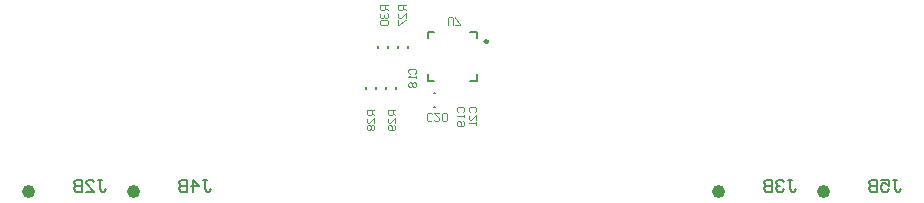
<source format=gbo>
%FSLAX23Y23*%
%MOIN*%
G70*
G01*
G75*
G04 Layer_Color=32896*
%ADD10R,0.050X0.125*%
%ADD11R,0.072X0.039*%
%ADD12O,0.061X0.014*%
%ADD13R,0.024X0.043*%
%ADD14O,0.037X0.010*%
%ADD15O,0.010X0.037*%
%ADD16R,0.094X0.094*%
%ADD17O,0.067X0.014*%
%ADD18O,0.010X0.028*%
%ADD19R,0.075X0.071*%
%ADD20R,0.028X0.012*%
%ADD21R,0.059X0.035*%
%ADD22R,0.035X0.039*%
%ADD23R,0.039X0.035*%
%ADD24R,0.026X0.022*%
%ADD25R,0.031X0.031*%
%ADD26R,0.063X0.031*%
%ADD27R,0.014X0.013*%
%ADD28R,0.045X0.057*%
%ADD29R,0.013X0.014*%
%ADD30R,0.045X0.071*%
%ADD31C,0.010*%
%ADD32C,0.030*%
%ADD33C,0.025*%
%ADD34R,0.101X0.030*%
%ADD35R,0.110X0.070*%
%ADD36R,0.054X0.168*%
%ADD37R,0.032X0.129*%
%ADD38C,0.028*%
%ADD39C,0.030*%
%ADD40C,0.026*%
%ADD41C,0.040*%
%ADD42C,0.048*%
G04:AMPARAMS|DCode=43|XSize=50mil|YSize=50mil|CornerRadius=0mil|HoleSize=0mil|Usage=FLASHONLY|Rotation=0.000|XOffset=0mil|YOffset=0mil|HoleType=Round|Shape=Relief|Width=10mil|Gap=6mil|Entries=4|*
%AMTHD43*
7,0,0,0.050,0.038,0.010,45*
%
%ADD43THD43*%
G04:AMPARAMS|DCode=44|XSize=44.992mil|YSize=44.992mil|CornerRadius=0mil|HoleSize=0mil|Usage=FLASHONLY|Rotation=0.000|XOffset=0mil|YOffset=0mil|HoleType=Round|Shape=Relief|Width=10mil|Gap=6mil|Entries=4|*
%AMTHD44*
7,0,0,0.045,0.033,0.010,45*
%
%ADD44THD44*%
%ADD45C,0.043*%
%ADD46O,0.026X0.010*%
%ADD47O,0.010X0.026*%
%ADD48R,0.102X0.102*%
%ADD49C,0.020*%
%ADD50C,0.024*%
%ADD51C,0.010*%
%ADD52C,0.008*%
%ADD53C,0.004*%
%ADD54C,0.004*%
%ADD55C,0.006*%
%ADD56R,0.750X0.150*%
%ADD57R,0.058X0.133*%
%ADD58R,0.080X0.047*%
%ADD59O,0.069X0.022*%
%ADD60R,0.029X0.048*%
%ADD61O,0.045X0.018*%
%ADD62O,0.018X0.045*%
%ADD63R,0.102X0.102*%
%ADD64O,0.075X0.022*%
%ADD65O,0.018X0.036*%
%ADD66R,0.083X0.079*%
%ADD67R,0.036X0.020*%
%ADD68R,0.067X0.043*%
%ADD69R,0.043X0.047*%
%ADD70R,0.047X0.043*%
%ADD71R,0.034X0.030*%
%ADD72R,0.039X0.039*%
%ADD73R,0.071X0.039*%
%ADD74R,0.022X0.021*%
%ADD75R,0.053X0.065*%
%ADD76R,0.021X0.022*%
%ADD77R,0.053X0.079*%
%ADD78O,0.034X0.018*%
%ADD79O,0.018X0.034*%
%ADD80R,0.110X0.110*%
D49*
X-776Y325D02*
G03*
X-776Y325I-12J0D01*
G01*
X-3076D02*
G03*
X-3076Y325I-12J0D01*
G01*
X-1126D02*
G03*
X-1126Y325I-12J0D01*
G01*
X-3426D02*
G03*
X-3426Y325I-12J0D01*
G01*
D51*
X-1907Y825D02*
G03*
X-1907Y825I-5J0D01*
G01*
D52*
X-1945Y836D02*
Y856D01*
X-1966D02*
X-1945D01*
X-2106D02*
X-2086D01*
X-2106Y836D02*
Y856D01*
Y695D02*
Y716D01*
Y695D02*
X-2086D01*
X-1966D02*
X-1945D01*
Y716D01*
X-2240Y802D02*
Y810D01*
X-2272Y802D02*
Y810D01*
X-2247Y667D02*
Y675D01*
X-2215Y667D02*
Y675D01*
X-2207Y802D02*
Y810D01*
X-2175Y802D02*
Y810D01*
X-2280Y667D02*
Y675D01*
X-2312Y667D02*
Y675D01*
X-2088Y606D02*
X-2084D01*
X-2088Y655D02*
X-2084D01*
D54*
X-2286Y596D02*
X-2311D01*
Y583D01*
X-2307Y579D01*
X-2298D01*
X-2294Y583D01*
Y596D01*
Y587D02*
X-2286Y579D01*
Y554D02*
Y571D01*
X-2302Y554D01*
X-2307D01*
X-2311Y558D01*
Y567D01*
X-2307Y571D01*
Y546D02*
X-2311Y542D01*
Y533D01*
X-2307Y529D01*
X-2302D01*
X-2298Y533D01*
X-2294Y529D01*
X-2290D01*
X-2286Y533D01*
Y542D01*
X-2290Y546D01*
X-2294D01*
X-2298Y542D01*
X-2302Y546D01*
X-2307D01*
X-2298Y542D02*
Y533D01*
X-2041Y881D02*
Y902D01*
X-2037Y906D01*
X-2028D01*
X-2024Y902D01*
Y881D01*
X-2016D02*
X-1999D01*
Y885D01*
X-2016Y902D01*
Y906D01*
X-2241Y946D02*
X-2266D01*
Y933D01*
X-2262Y929D01*
X-2253D01*
X-2249Y933D01*
Y946D01*
Y937D02*
X-2241Y929D01*
X-2262Y921D02*
X-2266Y917D01*
Y908D01*
X-2262Y904D01*
X-2257D01*
X-2253Y908D01*
Y912D01*
Y908D01*
X-2249Y904D01*
X-2245D01*
X-2241Y908D01*
Y917D01*
X-2245Y921D01*
X-2262Y896D02*
X-2266Y892D01*
Y883D01*
X-2262Y879D01*
X-2245D01*
X-2241Y883D01*
Y892D01*
X-2245Y896D01*
X-2262D01*
X-2216Y596D02*
X-2241D01*
Y583D01*
X-2237Y579D01*
X-2228D01*
X-2224Y583D01*
Y596D01*
Y587D02*
X-2216Y579D01*
Y554D02*
Y571D01*
X-2232Y554D01*
X-2237D01*
X-2241Y558D01*
Y567D01*
X-2237Y571D01*
X-2220Y546D02*
X-2216Y542D01*
Y533D01*
X-2220Y529D01*
X-2237D01*
X-2241Y533D01*
Y542D01*
X-2237Y546D01*
X-2232D01*
X-2228Y542D01*
Y529D01*
X-2181Y946D02*
X-2206D01*
Y933D01*
X-2202Y929D01*
X-2193D01*
X-2189Y933D01*
Y946D01*
Y937D02*
X-2181Y929D01*
Y904D02*
Y921D01*
X-2197Y904D01*
X-2202D01*
X-2206Y908D01*
Y917D01*
X-2202Y921D01*
X-2206Y896D02*
Y879D01*
X-2202D01*
X-2185Y896D01*
X-2181D01*
X-1967Y589D02*
X-1971Y593D01*
Y602D01*
X-1967Y606D01*
X-1950D01*
X-1946Y602D01*
Y593D01*
X-1950Y589D01*
X-1946Y564D02*
Y581D01*
X-1962Y564D01*
X-1967D01*
X-1971Y568D01*
Y577D01*
X-1967Y581D01*
X-1946Y556D02*
Y547D01*
Y552D01*
X-1971D01*
X-1967Y556D01*
X-2094Y565D02*
X-2098Y561D01*
X-2107D01*
X-2111Y565D01*
Y582D01*
X-2107Y586D01*
X-2098D01*
X-2094Y582D01*
X-2069Y586D02*
X-2086D01*
X-2069Y569D01*
Y565D01*
X-2073Y561D01*
X-2082D01*
X-2086Y565D01*
X-2061D02*
X-2057Y561D01*
X-2048D01*
X-2044Y565D01*
Y582D01*
X-2048Y586D01*
X-2057D01*
X-2061Y582D01*
Y565D01*
X-2007Y589D02*
X-2011Y593D01*
Y602D01*
X-2007Y606D01*
X-1990D01*
X-1986Y602D01*
Y593D01*
X-1990Y589D01*
X-1986Y581D02*
Y572D01*
Y577D01*
X-2011D01*
X-2007Y581D01*
X-1990Y560D02*
X-1986Y556D01*
Y547D01*
X-1990Y543D01*
X-2007D01*
X-2011Y547D01*
Y556D01*
X-2007Y560D01*
X-2002D01*
X-1998Y556D01*
Y543D01*
X-2168Y718D02*
X-2172Y723D01*
Y731D01*
X-2168Y735D01*
X-2151D01*
X-2147Y731D01*
Y723D01*
X-2151Y718D01*
X-2147Y710D02*
Y702D01*
Y706D01*
X-2172D01*
X-2168Y710D01*
Y689D02*
X-2172Y685D01*
Y677D01*
X-2168Y673D01*
X-2164D01*
X-2159Y677D01*
X-2155Y673D01*
X-2151D01*
X-2147Y677D01*
Y685D01*
X-2151Y689D01*
X-2155D01*
X-2159Y685D01*
X-2164Y689D01*
X-2168D01*
X-2159Y685D02*
Y677D01*
D55*
X-557Y365D02*
X-543D01*
X-550D01*
Y332D01*
X-543Y325D01*
X-537D01*
X-530Y332D01*
X-597Y365D02*
X-570D01*
Y345D01*
X-583Y352D01*
X-590D01*
X-597Y345D01*
Y332D01*
X-590Y325D01*
X-577D01*
X-570Y332D01*
X-610Y365D02*
Y325D01*
X-630D01*
X-637Y332D01*
Y338D01*
X-630Y345D01*
X-610D01*
X-630D01*
X-637Y352D01*
Y358D01*
X-630Y365D01*
X-610D01*
X-2857D02*
X-2843D01*
X-2850D01*
Y332D01*
X-2843Y325D01*
X-2837D01*
X-2830Y332D01*
X-2890Y325D02*
Y365D01*
X-2870Y345D01*
X-2897D01*
X-2910Y365D02*
Y325D01*
X-2930D01*
X-2937Y332D01*
Y338D01*
X-2930Y345D01*
X-2910D01*
X-2930D01*
X-2937Y352D01*
Y358D01*
X-2930Y365D01*
X-2910D01*
X-907D02*
X-893D01*
X-900D01*
Y332D01*
X-893Y325D01*
X-887D01*
X-880Y332D01*
X-920Y358D02*
X-927Y365D01*
X-940D01*
X-947Y358D01*
Y352D01*
X-940Y345D01*
X-933D01*
X-940D01*
X-947Y338D01*
Y332D01*
X-940Y325D01*
X-927D01*
X-920Y332D01*
X-960Y365D02*
Y325D01*
X-980D01*
X-987Y332D01*
Y338D01*
X-980Y345D01*
X-960D01*
X-980D01*
X-987Y352D01*
Y358D01*
X-980Y365D01*
X-960D01*
X-3207D02*
X-3193D01*
X-3200D01*
Y332D01*
X-3193Y325D01*
X-3187D01*
X-3180Y332D01*
X-3247Y325D02*
X-3220D01*
X-3247Y352D01*
Y358D01*
X-3240Y365D01*
X-3227D01*
X-3220Y358D01*
X-3260Y365D02*
Y325D01*
X-3280D01*
X-3287Y332D01*
Y338D01*
X-3280Y345D01*
X-3260D01*
X-3280D01*
X-3287Y352D01*
Y358D01*
X-3280Y365D01*
X-3260D01*
M02*

</source>
